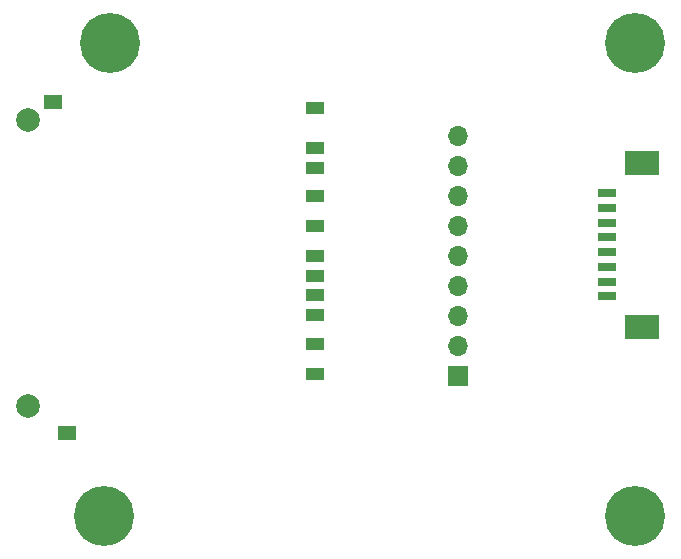
<source format=gbr>
%TF.GenerationSoftware,KiCad,Pcbnew,(5.1.9)-1*%
%TF.CreationDate,2021-02-11T17:43:02-05:00*%
%TF.ProjectId,SD_Card,53445f43-6172-4642-9e6b-696361645f70,rev?*%
%TF.SameCoordinates,Original*%
%TF.FileFunction,Soldermask,Top*%
%TF.FilePolarity,Negative*%
%FSLAX46Y46*%
G04 Gerber Fmt 4.6, Leading zero omitted, Abs format (unit mm)*
G04 Created by KiCad (PCBNEW (5.1.9)-1) date 2021-02-11 17:43:02*
%MOMM*%
%LPD*%
G01*
G04 APERTURE LIST*
%ADD10C,5.080000*%
%ADD11R,1.600000X0.800000*%
%ADD12R,3.000000X2.100000*%
%ADD13R,1.524000X1.000000*%
%ADD14R,1.524000X1.300000*%
%ADD15C,2.000000*%
%ADD16R,1.700000X1.700000*%
%ADD17O,1.700000X1.700000*%
G04 APERTURE END LIST*
D10*
%TO.C,REF\u002A\u002A*%
X125000000Y-135000000D03*
%TD*%
%TO.C,REF\u002A\u002A*%
X170000000Y-135000000D03*
%TD*%
%TO.C,REF\u002A\u002A*%
X170000000Y-95000000D03*
%TD*%
%TO.C,REF\u002A\u002A*%
X125500000Y-95000000D03*
%TD*%
D11*
%TO.C,J2*%
X167619000Y-107686000D03*
X167619000Y-108936000D03*
X167619000Y-110186000D03*
X167619000Y-111436000D03*
X167619000Y-112686000D03*
X167619000Y-113936000D03*
X167619000Y-115186000D03*
X167619000Y-116436000D03*
D12*
X170519000Y-105136000D03*
X170519000Y-118986000D03*
%TD*%
D13*
%TO.C,J1*%
X142875000Y-120475000D03*
X142875000Y-117975000D03*
X142875000Y-122975000D03*
X142875000Y-116325000D03*
X142875000Y-114675000D03*
X142875000Y-112975000D03*
X142875000Y-110475000D03*
X142875000Y-107975000D03*
X142875000Y-105550000D03*
X142875000Y-100500000D03*
X142875000Y-103850000D03*
D14*
X121875000Y-128000000D03*
D15*
X118575000Y-125700000D03*
X118575000Y-101500000D03*
D14*
X120675000Y-100000000D03*
%TD*%
D16*
%TO.C,J3*%
X154940000Y-123190000D03*
D17*
X154940000Y-120650000D03*
X154940000Y-118110000D03*
X154940000Y-115570000D03*
X154940000Y-113030000D03*
X154940000Y-110490000D03*
X154940000Y-107950000D03*
X154940000Y-105410000D03*
X154940000Y-102870000D03*
%TD*%
M02*

</source>
